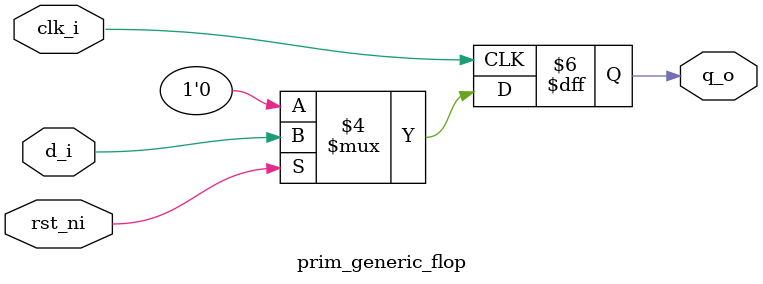
<source format=sv>


module prim_generic_flop #(
  parameter int               Width      = 1,
  parameter logic [Width-1:0] ResetValue = 0
) (
  input                    clk_i,
  input                    rst_ni,
  input        [Width-1:0] d_i,
  output logic [Width-1:0] q_o
);

  always_ff @(posedge clk_i) begin
    if (!rst_ni) begin
      q_o <= ResetValue;
    end else begin
      q_o <= d_i;
    end
  end

endmodule

</source>
